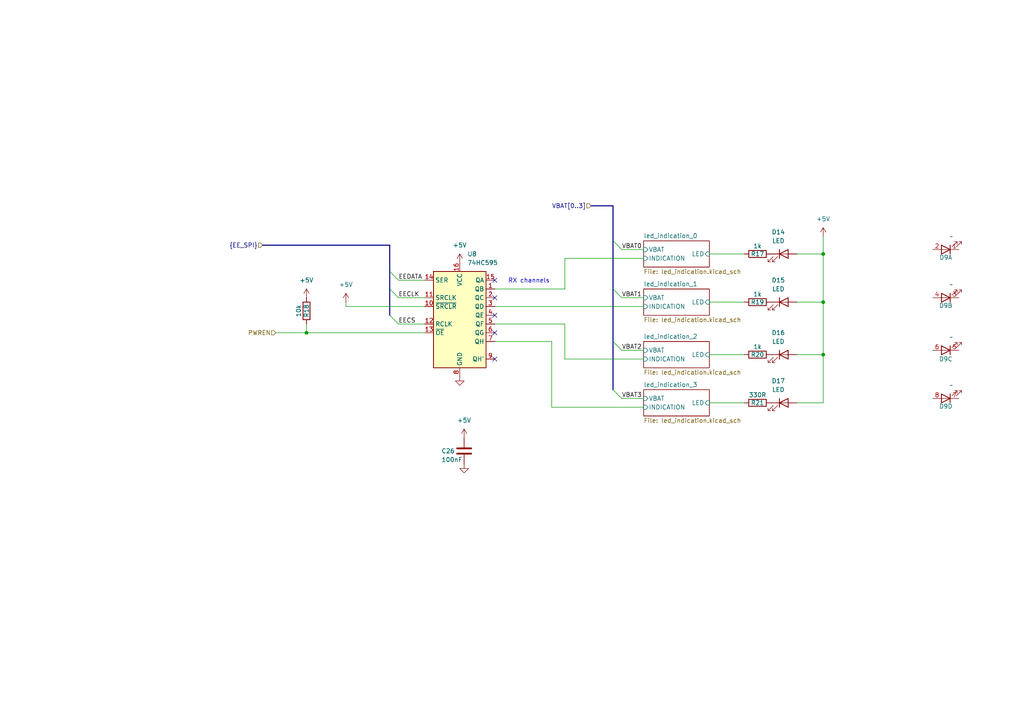
<source format=kicad_sch>
(kicad_sch (version 20231120) (generator "eeschema") (generator_version "8.0")
  (paper "A4")
  (title_block (title "FTDI Quad LIN"))
  (lib_symbols
    (symbol "74xx:74HC595"
      (property "Reference" "U" (at -7.62 13.97 0))
      (property "Value" "74HC595" (at -7.62 -16.51 0))
      (symbol "74HC595_1_0"
        (pin tri_state line (at 10.16 7.62 180) (length 2.54) (name "QB") (number "1"))
        (pin input line (at -10.16 2.54 0) (length 2.54) (name "~{SRCLR}") (number "10"))
        (pin input line (at -10.16 5.08 0) (length 2.54) (name "SRCLK") (number "11"))
        (pin input line (at -10.16 -2.54 0) (length 2.54) (name "RCLK") (number "12"))
        (pin input line (at -10.16 -5.08 0) (length 2.54) (name "~{OE}") (number "13"))
        (pin input line (at -10.16 10.16 0) (length 2.54) (name "SER") (number "14"))
        (pin tri_state line (at 10.16 10.16 180) (length 2.54) (name "QA") (number "15"))
        (pin power_in line (at 0 15.24 270) (length 2.54) (name "VCC") (number "16"))
        (pin tri_state line (at 10.16 5.08 180) (length 2.54) (name "QC") (number "2"))
        (pin tri_state line (at 10.16 2.54 180) (length 2.54) (name "QD") (number "3"))
        (pin tri_state line (at 10.16 0 180) (length 2.54) (name "QE") (number "4"))
        (pin tri_state line (at 10.16 -2.54 180) (length 2.54) (name "QF") (number "5"))
        (pin tri_state line (at 10.16 -5.08 180) (length 2.54) (name "QG") (number "6"))
        (pin tri_state line (at 10.16 -7.62 180) (length 2.54) (name "QH") (number "7"))
        (pin power_in line (at 0 -17.78 90) (length 2.54) (name "GND") (number "8"))
        (pin output line (at 10.16 -12.7 180) (length 2.54) (name "QH'") (number "9"))
      )
      (symbol "74HC595_1_1"
        (rectangle (start -7.62 12.7) (end 7.62 -15.24) (stroke (width 0.254)) (fill (type background)))
      )
    )
    (symbol "Device:C" (pin_numbers hide) (pin_names (offset 0.254))
      (property "Reference" "C" (at 0.635 2.54 0))
      (property "Value" "C" (at 0.635 -2.54 0))
      (symbol "C_0_1"
        (polyline (pts (xy -2.032 -0.762) (xy 2.032 -0.762)) (stroke (width 0.508)))
        (polyline (pts (xy -2.032 0.762) (xy 2.032 0.762)) (stroke (width 0.508)))
      )
      (symbol "C_1_1"
        (pin passive line (at 0 3.81 270) (length 2.794) (name "~") (number "1"))
        (pin passive line (at 0 -3.81 90) (length 2.794) (name "~") (number "2"))
      )
    )
    (symbol "Device:LED" (pin_numbers hide) (pin_names (offset 1.016) hide)
      (property "Reference" "D" (at 0 2.54 0))
      (property "Value" "LED" (at 0 -2.54 0))
      (symbol "LED_0_1"
        (polyline (pts (xy -1.27 -1.27) (xy -1.27 1.27)) (stroke (width 0.254)))
        (polyline (pts (xy -1.27 0) (xy 1.27 0)))
        (polyline (pts (xy 1.27 -1.27) (xy 1.27 1.27) (xy -1.27 0) (xy 1.27 -1.27)) (stroke (width 0.254)))
        (polyline (pts (xy -3.048 -0.762) (xy -4.572 -2.286) (xy -3.81 -2.286) (xy -4.572 -2.286) (xy -4.572 -1.524)))
        (polyline (pts (xy -1.778 -0.762) (xy -3.302 -2.286) (xy -2.54 -2.286) (xy -3.302 -2.286) (xy -3.302 -1.524)))
      )
      (symbol "LED_1_1"
        (pin passive line (at -3.81 0 0) (length 2.54) (name "K") (number "1"))
        (pin passive line (at 3.81 0 180) (length 2.54) (name "A") (number "2"))
      )
    )
    (symbol "Device:R" (pin_numbers hide) (pin_names (offset 0))
      (property "Reference" "R" (at 2.032 0 90))
      (property "Value" "R" (at 0 0 90))
      (symbol "R_0_1"
        (rectangle (start -1.016 -2.54) (end 1.016 2.54) (stroke (width 0.254)))
      )
      (symbol "R_1_1"
        (pin passive line (at 0 3.81 270) (length 1.27) (name "~") (number "1"))
        (pin passive line (at 0 -3.81 90) (length 1.27) (name "~") (number "2"))
      )
    )
    (symbol "ftdi_quad_lin:led_array_4"
      (property "Reference" "D" (at 0 2.286 0))
      (symbol "led_array_4_1_1"
        (polyline (pts (xy -1.27 -1.27) (xy -1.27 1.27)) (stroke (width 0.254)))
        (polyline (pts (xy -1.27 0) (xy 1.27 0)))
        (polyline (pts (xy 1.27 -1.27) (xy 1.27 1.27) (xy -1.27 0) (xy 1.27 -1.27)) (stroke (width 0.254)))
        (polyline (pts (xy -3.048 -0.762) (xy -4.572 -2.286) (xy -3.81 -2.286) (xy -4.572 -2.286) (xy -4.572 -1.524)))
        (polyline (pts (xy -1.778 -0.762) (xy -3.302 -2.286) (xy -2.54 -2.286) (xy -3.302 -2.286) (xy -3.302 -1.524)))
        (pin passive line (at -3.81 0 0) (length 2.54) (name "") (number "1"))
        (pin passive line (at 3.81 0 180) (length 2.54) (name "") (number "2"))
      )
      (symbol "led_array_4_2_1"
        (polyline (pts (xy -1.27 -1.27) (xy -1.27 1.27)) (stroke (width 0.254)))
        (polyline (pts (xy -1.27 0) (xy 1.27 0)))
        (polyline (pts (xy 1.27 -1.27) (xy 1.27 1.27) (xy -1.27 0) (xy 1.27 -1.27)) (stroke (width 0.254)))
        (polyline (pts (xy -3.048 -0.762) (xy -4.572 -2.286) (xy -3.81 -2.286) (xy -4.572 -2.286) (xy -4.572 -1.524)))
        (polyline (pts (xy -1.778 -0.762) (xy -3.302 -2.286) (xy -2.54 -2.286) (xy -3.302 -2.286) (xy -3.302 -1.524)))
        (pin passive line (at -3.81 0 0) (length 2.54) (name "") (number "3"))
        (pin passive line (at 3.81 0 180) (length 2.54) (name "") (number "4"))
      )
      (symbol "led_array_4_3_1"
        (polyline (pts (xy -1.27 -1.27) (xy -1.27 1.27)) (stroke (width 0.254)))
        (polyline (pts (xy -1.27 0) (xy 1.27 0)))
        (polyline (pts (xy 1.27 -1.27) (xy 1.27 1.27) (xy -1.27 0) (xy 1.27 -1.27)) (stroke (width 0.254)))
        (polyline (pts (xy -3.048 -0.762) (xy -4.572 -2.286) (xy -3.81 -2.286) (xy -4.572 -2.286) (xy -4.572 -1.524)))
        (polyline (pts (xy -1.778 -0.762) (xy -3.302 -2.286) (xy -2.54 -2.286) (xy -3.302 -2.286) (xy -3.302 -1.524)))
        (pin passive line (at -3.81 0 0) (length 2.54) (name "") (number "5"))
        (pin passive line (at 3.81 0 180) (length 2.54) (name "") (number "6"))
      )
      (symbol "led_array_4_4_1"
        (polyline (pts (xy -1.27 -1.27) (xy -1.27 1.27)) (stroke (width 0.254)))
        (polyline (pts (xy -1.27 0) (xy 1.27 0)))
        (polyline (pts (xy 1.27 -1.27) (xy 1.27 1.27) (xy -1.27 0) (xy 1.27 -1.27)) (stroke (width 0.254)))
        (polyline (pts (xy -3.048 -0.762) (xy -4.572 -2.286) (xy -3.81 -2.286) (xy -4.572 -2.286) (xy -4.572 -1.524)))
        (polyline (pts (xy -1.778 -0.762) (xy -3.302 -2.286) (xy -2.54 -2.286) (xy -3.302 -2.286) (xy -3.302 -1.524)))
        (pin passive line (at -3.81 0 0) (length 2.54) (name "") (number "7"))
        (pin passive line (at 3.81 0 180) (length 2.54) (name "") (number "8"))
      )
    )
    (symbol "power:+5V" (power) (pin_numbers hide) (pin_names (offset 0) hide)
      (property "Value" "+5V" (at 0 3.556 0))
      (symbol "+5V_0_1"
        (polyline (pts (xy -0.762 1.27) (xy 0 2.54)))
        (polyline (pts (xy 0 0) (xy 0 2.54)))
        (polyline (pts (xy 0 2.54) (xy 0.762 1.27)))
      )
      (symbol "+5V_1_1"
        (pin power_in line (at 0 0 90) (length 0) (name "~") (number "1"))
      )
    )
    (symbol "power:GND" (power) (pin_numbers hide) (pin_names (offset 0) hide)
      (property "Value" "GND" (at 0 -3.81 0))
      (symbol "GND_0_1"
        (polyline (pts (xy 0 0) (xy 0 -1.27) (xy 1.27 -1.27) (xy 0 -2.54) (xy -1.27 -1.27) (xy 0 -1.27)))
      )
      (symbol "GND_1_1"
        (pin power_in line (at 0 0 270) (length 0) (name "~") (number "1"))
      )
    )
  )
  (junction (at 238.76 87.63))
  (junction (at 88.9 96.52))
  (junction (at 238.76 102.87))
  (junction (at 238.76 73.66))
  (no_connect (at 143.51 104.14))
  (no_connect (at 143.51 86.36))
  (no_connect (at 143.51 91.44))
  (no_connect (at 143.51 96.52))
  (no_connect (at 143.51 81.28))
  (bus_entry (at 113.03 91.44) (size 2.54 2.54))
  (bus_entry (at 113.03 78.74) (size 2.54 2.54))
  (bus_entry (at 177.8 99.06) (size 2.54 2.54))
  (bus_entry (at 177.8 83.82) (size 2.54 2.54))
  (bus_entry (at 113.03 83.82) (size 2.54 2.54))
  (bus_entry (at 177.8 69.85) (size 2.54 2.54))
  (bus_entry (at 177.8 113.03) (size 2.54 2.54))
  (wire (pts (xy 115.57 93.98) (xy 123.19 93.98)))
  (bus (pts (xy 113.03 83.82) (xy 113.03 91.44)))
  (bus (pts (xy 177.8 59.69) (xy 177.8 69.85)))
  (wire (pts (xy 180.34 72.39) (xy 186.69 72.39)))
  (wire (pts (xy 231.14 73.66) (xy 238.76 73.66)))
  (wire (pts (xy 88.9 96.52) (xy 123.19 96.52)))
  (wire (pts (xy 143.51 99.06) (xy 160.02 99.06)))
  (wire (pts (xy 205.74 87.63) (xy 215.9 87.63)))
  (wire (pts (xy 143.51 93.98) (xy 163.83 93.98)))
  (wire (pts (xy 238.76 73.66) (xy 238.76 87.63)))
  (wire (pts (xy 180.34 86.36) (xy 186.69 86.36)))
  (wire (pts (xy 205.74 116.84) (xy 215.9 116.84)))
  (bus (pts (xy 177.8 99.06) (xy 177.8 113.03)))
  (wire (pts (xy 123.19 88.9) (xy 100.33 88.9)))
  (wire (pts (xy 186.69 118.11) (xy 160.02 118.11)))
  (wire (pts (xy 115.57 81.28) (xy 123.19 81.28)))
  (wire (pts (xy 231.14 116.84) (xy 238.76 116.84)))
  (bus (pts (xy 113.03 71.12) (xy 76.2 71.12)))
  (wire (pts (xy 143.51 88.9) (xy 186.69 88.9)))
  (bus (pts (xy 171.45 59.69) (xy 177.8 59.69)))
  (wire (pts (xy 238.76 102.87) (xy 238.76 116.84)))
  (wire (pts (xy 143.51 83.82) (xy 163.83 83.82)))
  (wire (pts (xy 238.76 68.58) (xy 238.76 73.66)))
  (wire (pts (xy 238.76 87.63) (xy 238.76 102.87)))
  (wire (pts (xy 186.69 104.14) (xy 163.83 104.14)))
  (wire (pts (xy 205.74 102.87) (xy 215.9 102.87)))
  (bus (pts (xy 177.8 69.85) (xy 177.8 83.82)))
  (wire (pts (xy 205.74 73.66) (xy 215.9 73.66)))
  (bus (pts (xy 113.03 78.74) (xy 113.03 83.82)))
  (wire (pts (xy 100.33 88.9) (xy 100.33 87.63)))
  (wire (pts (xy 115.57 86.36) (xy 123.19 86.36)))
  (bus (pts (xy 177.8 83.82) (xy 177.8 99.06)))
  (wire (pts (xy 163.83 83.82) (xy 163.83 74.93)))
  (wire (pts (xy 231.14 87.63) (xy 238.76 87.63)))
  (wire (pts (xy 180.34 115.57) (xy 186.69 115.57)))
  (wire (pts (xy 180.34 101.6) (xy 186.69 101.6)))
  (wire (pts (xy 80.01 96.52) (xy 88.9 96.52)))
  (wire (pts (xy 231.14 102.87) (xy 238.76 102.87)))
  (wire (pts (xy 88.9 93.98) (xy 88.9 96.52)))
  (wire (pts (xy 160.02 118.11) (xy 160.02 99.06)))
  (wire (pts (xy 163.83 74.93) (xy 186.69 74.93)))
  (bus (pts (xy 113.03 71.12) (xy 113.03 78.74)))
  (wire (pts (xy 163.83 104.14) (xy 163.83 93.98)))
  (text "RX channels" (at 153.416 81.534 0) (effects (font (size 1.27 1.27))))
  (label "VBAT0" (at 180.34 72.39 0))
  (label "VBAT2" (at 180.34 101.6 0))
  (label "EECS" (at 115.57 93.98 0))
  (label "EEDATA" (at 115.57 81.28 0))
  (label "VBAT1" (at 180.34 86.36 0))
  (label "VBAT3" (at 180.34 115.57 0))
  (label "EECLK" (at 115.57 86.36 0))
  (hierarchical_label "PWREN" (shape input) (at 80.01 96.52 180))
  (hierarchical_label "{EE_SPI}" (shape input) (at 76.2 71.12 180))
  (hierarchical_label "VBAT[0..3]" (shape input) (at 171.45 59.69 180))
  (symbol (lib_id "power:GND") (at 133.35 109.22 0) (unit 1)
    (property "Reference" "#PWR076" (effects (hide yes)))
    (property "Value" "GND" (effects (hide yes)))
    (property "Description" "Power symbol creates a global label with name \"GND\" , ground" (effects (hide yes)))
  )
  (symbol (lib_id "power:GND") (at 134.62 134.62 0) (unit 1)
    (property "Reference" "#PWR072" (effects (hide yes)))
    (property "Value" "GND" (effects (hide yes)))
    (property "Description" "Power symbol creates a global label with name \"GND\" , ground" (effects (hide yes)))
  )
  (symbol (lib_id "Device:R") (at 219.71 102.87 270) (unit 1)
    (property "Reference" "R20" (at 219.71 102.87 90))
    (property "Value" "1k" (at 219.71 100.584 90))
    (property "Footprint" "Resistor_SMD:R_0805_2012Metric" (effects (hide yes)))
    (property "Description" "Resistor" (effects (hide yes)))
  )
  (symbol (lib_id "Device:LED") (at 227.33 116.84 0) (unit 1)
    (property "Reference" "D17" (at 225.7425 110.49 0))
    (property "Value" "LED" (at 225.7425 113.03 0))
    (property "Footprint" "ftdi_quad_lin:1216.1002" (effects (hide yes)))
    (property "Description" "Light emitting diode" (effects (hide yes)))
  )
  (symbol (lib_id "Device:R") (at 219.71 87.63 270) (unit 1)
    (property "Reference" "R19" (at 219.71 87.63 90))
    (property "Value" "1k" (at 219.71 85.344 90))
    (property "Footprint" "Resistor_SMD:R_0805_2012Metric" (effects (hide yes)))
    (property "Description" "Resistor" (effects (hide yes)))
  )
  (symbol (lib_id "Device:R") (at 219.71 116.84 270) (unit 1)
    (property "Reference" "R21" (at 219.71 116.84 90))
    (property "Value" "330R" (at 219.71 114.554 90))
    (property "Footprint" "Resistor_SMD:R_0805_2012Metric" (effects (hide yes)))
    (property "Description" "Resistor" (effects (hide yes)))
  )
  (symbol (lib_id "74xx:74HC595") (at 133.35 91.44 0) (unit 1)
    (property "Reference" "U8" (at 135.5441 73.66 0) (effects (justify left)))
    (property "Value" "74HC595" (at 135.5441 76.2 0) (effects (justify left)))
    (property "Footprint" "Package_SO:SOIC-16_3.9x9.9mm_P1.27mm" (effects (hide yes)))
    (property "Datasheet" "http://www.ti.com/lit/ds/symlink/sn74hc595.pdf" (effects (hide yes)))
    (property "Description" "8-bit serial in/out Shift Register 3-State Outputs" (effects (hide yes)))
    (property "manf#" "SN74HC595DR" (effects (hide yes)))
  )
  (symbol (lib_id "power:+5V") (at 133.35 76.2 0) (unit 1)
    (property "Reference" "#PWR026" (effects (hide yes)))
    (property "Value" "+5V" (at 133.35 71.12 0))
    (property "Description" "Power symbol creates a global label with name \"+5V\"" (effects (hide yes)))
  )
  (symbol (lib_id "ftdi_quad_lin:led_array_4") (at 274.32 101.6 180) (unit 3)
    (property "Reference" "D9" (at 274.32 104.14 0))
    (property "Value" "~" (at 275.9075 97.79 0))
    (property "Footprint" "ftdi_quad_lin:1276.2004" (effects (hide yes)))
  )
  (symbol (lib_id "ftdi_quad_lin:led_array_4") (at 274.32 86.36 180) (unit 2)
    (property "Reference" "D9" (at 274.32 88.646 0))
    (property "Value" "~" (at 275.9075 82.55 0))
    (property "Footprint" "ftdi_quad_lin:1276.2004" (effects (hide yes)))
  )
  (symbol (lib_id "power:+5V") (at 100.33 87.63 0) (unit 1)
    (property "Reference" "#PWR074" (effects (hide yes)))
    (property "Value" "+5V" (at 100.33 82.55 0))
    (property "Description" "Power symbol creates a global label with name \"+5V\"" (effects (hide yes)))
  )
  (symbol (lib_id "ftdi_quad_lin:led_array_4") (at 274.32 72.39 180) (unit 1)
    (property "Reference" "D9" (at 274.32 74.676 0))
    (property "Value" "~" (at 275.9075 68.58 0))
    (property "Footprint" "ftdi_quad_lin:1276.2004" (effects (hide yes)))
  )
  (symbol (lib_id "power:+5V") (at 134.62 127 0) (unit 1)
    (property "Reference" "#PWR028" (effects (hide yes)))
    (property "Value" "+5V" (at 134.62 121.92 0))
    (property "Description" "Power symbol creates a global label with name \"+5V\"" (effects (hide yes)))
  )
  (symbol (lib_id "Device:LED") (at 227.33 102.87 0) (unit 1)
    (property "Reference" "D16" (at 225.7425 96.52 0))
    (property "Value" "LED" (at 225.7425 99.06 0))
    (property "Footprint" "ftdi_quad_lin:1216.1002" (effects (hide yes)))
    (property "Description" "Light emitting diode" (effects (hide yes)))
  )
  (symbol (lib_id "Device:R") (at 88.9 90.17 0) (unit 1)
    (property "Reference" "R18" (at 88.9 90.17 90))
    (property "Value" "10k" (at 86.614 90.17 90))
    (property "Footprint" "Resistor_SMD:R_0805_2012Metric" (effects (hide yes)))
    (property "Description" "Resistor" (effects (hide yes)))
  )
  (symbol (lib_id "Device:LED") (at 227.33 73.66 0) (unit 1)
    (property "Reference" "D14" (at 225.7425 67.31 0))
    (property "Value" "LED" (at 225.7425 69.85 0))
    (property "Footprint" "ftdi_quad_lin:1216.1002" (effects (hide yes)))
    (property "Description" "Light emitting diode" (effects (hide yes)))
  )
  (symbol (lib_id "Device:R") (at 219.71 73.66 270) (unit 1)
    (property "Reference" "R17" (at 219.71 73.66 90))
    (property "Value" "1k" (at 219.71 71.374 90))
    (property "Footprint" "Resistor_SMD:R_0805_2012Metric" (effects (hide yes)))
    (property "Description" "Resistor" (effects (hide yes)))
  )
  (symbol (lib_id "power:+5V") (at 238.76 68.58 0) (unit 1)
    (property "Reference" "#PWR075" (effects (hide yes)))
    (property "Value" "+5V" (at 238.76 63.5 0))
    (property "Description" "Power symbol creates a global label with name \"+5V\"" (effects (hide yes)))
  )
  (symbol (lib_id "Device:C") (at 134.62 130.81 0) (unit 1)
    (property "Reference" "C26" (at 128.016 130.81 0) (effects (justify left)))
    (property "Value" "100nF" (at 128.016 133.35 0) (effects (justify left)))
    (property "Footprint" "Capacitor_SMD:C_0805_2012Metric" (effects (hide yes)))
    (property "Description" "Unpolarized capacitor" (effects (hide yes)))
  )
  (symbol (lib_id "Device:LED") (at 227.33 87.63 0) (unit 1)
    (property "Reference" "D15" (at 225.7425 81.28 0))
    (property "Value" "LED" (at 225.7425 83.82 0))
    (property "Footprint" "ftdi_quad_lin:1216.1002" (effects (hide yes)))
    (property "Description" "Light emitting diode" (effects (hide yes)))
  )
  (symbol (lib_id "ftdi_quad_lin:led_array_4") (at 274.32 115.57 180) (unit 4)
    (property "Reference" "D9" (at 274.32 117.856 0))
    (property "Value" "~" (at 275.9075 111.76 0))
    (property "Footprint" "ftdi_quad_lin:1276.2004" (effects (hide yes)))
  )
  (symbol (lib_id "power:+5V") (at 88.9 86.36 0) (unit 1)
    (property "Reference" "#PWR073" (effects (hide yes)))
    (property "Value" "+5V" (at 88.9 81.28 0))
    (property "Description" "Power symbol creates a global label with name \"+5V\"" (effects (hide yes)))
  )
  (sheet (at 186.69 99.06) (size 19.05 7.62) (stroke (width 0.1524))
    (property "Sheetname" "led_indication_2" (at 186.69 98.3484 0) (effects (justify left bottom)))
    (property "Sheetfile" "led_indication.kicad_sch" (at 186.69 107.2646 0) (effects (justify left top)))
    (pin "INDICATION" input (at 186.69 104.14 180))
    (pin "VBAT" input (at 186.69 101.6 180))
    (pin "LED" input (at 205.74 102.87 0))
  )
  (sheet (at 186.69 83.82) (size 19.05 7.62) (stroke (width 0.1524))
    (property "Sheetname" "led_indication_1" (at 186.69 83.1084 0) (effects (justify left bottom)))
    (property "Sheetfile" "led_indication.kicad_sch" (at 186.69 92.0246 0) (effects (justify left top)))
    (pin "INDICATION" input (at 186.69 88.9 180))
    (pin "VBAT" input (at 186.69 86.36 180))
    (pin "LED" input (at 205.74 87.63 0))
  )
  (sheet (at 186.69 69.85) (size 19.05 7.62) (stroke (width 0.1524))
    (property "Sheetname" "led_indication_0" (at 186.69 69.1384 0) (effects (justify left bottom)))
    (property "Sheetfile" "led_indication.kicad_sch" (at 186.69 78.0546 0) (effects (justify left top)))
    (pin "INDICATION" input (at 186.69 74.93 180))
    (pin "VBAT" input (at 186.69 72.39 180))
    (pin "LED" input (at 205.74 73.66 0))
  )
  (sheet (at 186.69 113.03) (size 19.05 7.62) (stroke (width 0.1524))
    (property "Sheetname" "led_indication_3" (at 186.69 112.3184 0) (effects (justify left bottom)))
    (property "Sheetfile" "led_indication.kicad_sch" (at 186.69 121.2346 0) (effects (justify left top)))
    (pin "INDICATION" input (at 186.69 118.11 180))
    (pin "VBAT" input (at 186.69 115.57 180))
    (pin "LED" input (at 205.74 116.84 0))
  )
)
</source>
